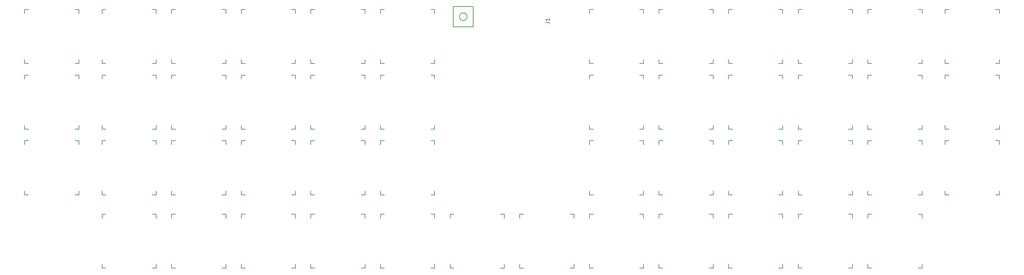
<source format=gbr>
%TF.GenerationSoftware,KiCad,Pcbnew,(5.1.10)-1*%
%TF.CreationDate,2022-05-07T17:57:56+07:00*%
%TF.ProjectId,Onsen48,4f6e7365-6e34-4382-9e6b-696361645f70,rev?*%
%TF.SameCoordinates,Original*%
%TF.FileFunction,Legend,Top*%
%TF.FilePolarity,Positive*%
%FSLAX46Y46*%
G04 Gerber Fmt 4.6, Leading zero omitted, Abs format (unit mm)*
G04 Created by KiCad (PCBNEW (5.1.10)-1) date 2022-05-07 17:57:56*
%MOMM*%
%LPD*%
G01*
G04 APERTURE LIST*
%ADD10C,0.150000*%
G04 APERTURE END LIST*
D10*
%TO.C,SW1*%
X137400000Y-41900000D02*
G75*
G03*
X137400000Y-41900000I-1000000J0D01*
G01*
X133800000Y-44500000D02*
X133800000Y-39300000D01*
X139000000Y-44500000D02*
X133800000Y-44500000D01*
X139000000Y-39300000D02*
X139000000Y-44500000D01*
X133800000Y-39300000D02*
X139000000Y-39300000D01*
%TO.C,MX60*%
X255000000Y-93000000D02*
X254000000Y-93000000D01*
X255000000Y-93000000D02*
X255000000Y-94000000D01*
X254000000Y-107000000D02*
X255000000Y-107000000D01*
X255000000Y-107000000D02*
X254000000Y-107000000D01*
X255000000Y-106000000D02*
X255000000Y-107000000D01*
X241000000Y-107000000D02*
X241000000Y-106000000D01*
X242000000Y-93000000D02*
X241000000Y-93000000D01*
X241000000Y-107000000D02*
X242000000Y-107000000D01*
X241000000Y-94000000D02*
X241000000Y-93000000D01*
%TO.C,MX59*%
X275000000Y-74000000D02*
X274000000Y-74000000D01*
X275000000Y-74000000D02*
X275000000Y-75000000D01*
X274000000Y-88000000D02*
X275000000Y-88000000D01*
X275000000Y-88000000D02*
X274000000Y-88000000D01*
X275000000Y-87000000D02*
X275000000Y-88000000D01*
X261000000Y-88000000D02*
X261000000Y-87000000D01*
X262000000Y-74000000D02*
X261000000Y-74000000D01*
X261000000Y-88000000D02*
X262000000Y-88000000D01*
X261000000Y-75000000D02*
X261000000Y-74000000D01*
%TO.C,MX58*%
X275000000Y-57000000D02*
X274000000Y-57000000D01*
X275000000Y-57000000D02*
X275000000Y-58000000D01*
X274000000Y-71000000D02*
X275000000Y-71000000D01*
X275000000Y-71000000D02*
X274000000Y-71000000D01*
X275000000Y-70000000D02*
X275000000Y-71000000D01*
X261000000Y-71000000D02*
X261000000Y-70000000D01*
X262000000Y-57000000D02*
X261000000Y-57000000D01*
X261000000Y-71000000D02*
X262000000Y-71000000D01*
X261000000Y-58000000D02*
X261000000Y-57000000D01*
%TO.C,MX57*%
X275000000Y-40000000D02*
X274000000Y-40000000D01*
X275000000Y-40000000D02*
X275000000Y-41000000D01*
X274000000Y-54000000D02*
X275000000Y-54000000D01*
X275000000Y-54000000D02*
X274000000Y-54000000D01*
X275000000Y-53000000D02*
X275000000Y-54000000D01*
X261000000Y-54000000D02*
X261000000Y-53000000D01*
X262000000Y-40000000D02*
X261000000Y-40000000D01*
X261000000Y-54000000D02*
X262000000Y-54000000D01*
X261000000Y-41000000D02*
X261000000Y-40000000D01*
%TO.C,MX55*%
X237000000Y-93000000D02*
X236000000Y-93000000D01*
X237000000Y-93000000D02*
X237000000Y-94000000D01*
X236000000Y-107000000D02*
X237000000Y-107000000D01*
X237000000Y-107000000D02*
X236000000Y-107000000D01*
X237000000Y-106000000D02*
X237000000Y-107000000D01*
X223000000Y-107000000D02*
X223000000Y-106000000D01*
X224000000Y-93000000D02*
X223000000Y-93000000D01*
X223000000Y-107000000D02*
X224000000Y-107000000D01*
X223000000Y-94000000D02*
X223000000Y-93000000D01*
%TO.C,MX54*%
X255000000Y-74000000D02*
X254000000Y-74000000D01*
X255000000Y-74000000D02*
X255000000Y-75000000D01*
X254000000Y-88000000D02*
X255000000Y-88000000D01*
X255000000Y-88000000D02*
X254000000Y-88000000D01*
X255000000Y-87000000D02*
X255000000Y-88000000D01*
X241000000Y-88000000D02*
X241000000Y-87000000D01*
X242000000Y-74000000D02*
X241000000Y-74000000D01*
X241000000Y-88000000D02*
X242000000Y-88000000D01*
X241000000Y-75000000D02*
X241000000Y-74000000D01*
%TO.C,MX53*%
X255000000Y-57000000D02*
X254000000Y-57000000D01*
X255000000Y-57000000D02*
X255000000Y-58000000D01*
X254000000Y-71000000D02*
X255000000Y-71000000D01*
X255000000Y-71000000D02*
X254000000Y-71000000D01*
X255000000Y-70000000D02*
X255000000Y-71000000D01*
X241000000Y-71000000D02*
X241000000Y-70000000D01*
X242000000Y-57000000D02*
X241000000Y-57000000D01*
X241000000Y-71000000D02*
X242000000Y-71000000D01*
X241000000Y-58000000D02*
X241000000Y-57000000D01*
%TO.C,MX52*%
X255000000Y-40000000D02*
X254000000Y-40000000D01*
X255000000Y-40000000D02*
X255000000Y-41000000D01*
X254000000Y-54000000D02*
X255000000Y-54000000D01*
X255000000Y-54000000D02*
X254000000Y-54000000D01*
X255000000Y-53000000D02*
X255000000Y-54000000D01*
X241000000Y-54000000D02*
X241000000Y-53000000D01*
X242000000Y-40000000D02*
X241000000Y-40000000D01*
X241000000Y-54000000D02*
X242000000Y-54000000D01*
X241000000Y-41000000D02*
X241000000Y-40000000D01*
%TO.C,MX50*%
X219000000Y-93000000D02*
X218000000Y-93000000D01*
X219000000Y-93000000D02*
X219000000Y-94000000D01*
X218000000Y-107000000D02*
X219000000Y-107000000D01*
X219000000Y-107000000D02*
X218000000Y-107000000D01*
X219000000Y-106000000D02*
X219000000Y-107000000D01*
X205000000Y-107000000D02*
X205000000Y-106000000D01*
X206000000Y-93000000D02*
X205000000Y-93000000D01*
X205000000Y-107000000D02*
X206000000Y-107000000D01*
X205000000Y-94000000D02*
X205000000Y-93000000D01*
%TO.C,MX49*%
X237000000Y-74000000D02*
X236000000Y-74000000D01*
X237000000Y-74000000D02*
X237000000Y-75000000D01*
X236000000Y-88000000D02*
X237000000Y-88000000D01*
X237000000Y-88000000D02*
X236000000Y-88000000D01*
X237000000Y-87000000D02*
X237000000Y-88000000D01*
X223000000Y-88000000D02*
X223000000Y-87000000D01*
X224000000Y-74000000D02*
X223000000Y-74000000D01*
X223000000Y-88000000D02*
X224000000Y-88000000D01*
X223000000Y-75000000D02*
X223000000Y-74000000D01*
%TO.C,MX48*%
X237000000Y-57000000D02*
X236000000Y-57000000D01*
X237000000Y-57000000D02*
X237000000Y-58000000D01*
X236000000Y-71000000D02*
X237000000Y-71000000D01*
X237000000Y-71000000D02*
X236000000Y-71000000D01*
X237000000Y-70000000D02*
X237000000Y-71000000D01*
X223000000Y-71000000D02*
X223000000Y-70000000D01*
X224000000Y-57000000D02*
X223000000Y-57000000D01*
X223000000Y-71000000D02*
X224000000Y-71000000D01*
X223000000Y-58000000D02*
X223000000Y-57000000D01*
%TO.C,MX47*%
X237000000Y-40000000D02*
X236000000Y-40000000D01*
X237000000Y-40000000D02*
X237000000Y-41000000D01*
X236000000Y-54000000D02*
X237000000Y-54000000D01*
X237000000Y-54000000D02*
X236000000Y-54000000D01*
X237000000Y-53000000D02*
X237000000Y-54000000D01*
X223000000Y-54000000D02*
X223000000Y-53000000D01*
X224000000Y-40000000D02*
X223000000Y-40000000D01*
X223000000Y-54000000D02*
X224000000Y-54000000D01*
X223000000Y-41000000D02*
X223000000Y-40000000D01*
%TO.C,MX45*%
X201000000Y-93000000D02*
X200000000Y-93000000D01*
X201000000Y-93000000D02*
X201000000Y-94000000D01*
X200000000Y-107000000D02*
X201000000Y-107000000D01*
X201000000Y-107000000D02*
X200000000Y-107000000D01*
X201000000Y-106000000D02*
X201000000Y-107000000D01*
X187000000Y-107000000D02*
X187000000Y-106000000D01*
X188000000Y-93000000D02*
X187000000Y-93000000D01*
X187000000Y-107000000D02*
X188000000Y-107000000D01*
X187000000Y-94000000D02*
X187000000Y-93000000D01*
%TO.C,MX44*%
X219000000Y-74000000D02*
X218000000Y-74000000D01*
X219000000Y-74000000D02*
X219000000Y-75000000D01*
X218000000Y-88000000D02*
X219000000Y-88000000D01*
X219000000Y-88000000D02*
X218000000Y-88000000D01*
X219000000Y-87000000D02*
X219000000Y-88000000D01*
X205000000Y-88000000D02*
X205000000Y-87000000D01*
X206000000Y-74000000D02*
X205000000Y-74000000D01*
X205000000Y-88000000D02*
X206000000Y-88000000D01*
X205000000Y-75000000D02*
X205000000Y-74000000D01*
%TO.C,MX43*%
X219000000Y-57000000D02*
X218000000Y-57000000D01*
X219000000Y-57000000D02*
X219000000Y-58000000D01*
X218000000Y-71000000D02*
X219000000Y-71000000D01*
X219000000Y-71000000D02*
X218000000Y-71000000D01*
X219000000Y-70000000D02*
X219000000Y-71000000D01*
X205000000Y-71000000D02*
X205000000Y-70000000D01*
X206000000Y-57000000D02*
X205000000Y-57000000D01*
X205000000Y-71000000D02*
X206000000Y-71000000D01*
X205000000Y-58000000D02*
X205000000Y-57000000D01*
%TO.C,MX42*%
X219000000Y-40000000D02*
X218000000Y-40000000D01*
X219000000Y-40000000D02*
X219000000Y-41000000D01*
X218000000Y-54000000D02*
X219000000Y-54000000D01*
X219000000Y-54000000D02*
X218000000Y-54000000D01*
X219000000Y-53000000D02*
X219000000Y-54000000D01*
X205000000Y-54000000D02*
X205000000Y-53000000D01*
X206000000Y-40000000D02*
X205000000Y-40000000D01*
X205000000Y-54000000D02*
X206000000Y-54000000D01*
X205000000Y-41000000D02*
X205000000Y-40000000D01*
%TO.C,MX40*%
X183000000Y-93000000D02*
X182000000Y-93000000D01*
X183000000Y-93000000D02*
X183000000Y-94000000D01*
X182000000Y-107000000D02*
X183000000Y-107000000D01*
X183000000Y-107000000D02*
X182000000Y-107000000D01*
X183000000Y-106000000D02*
X183000000Y-107000000D01*
X169000000Y-107000000D02*
X169000000Y-106000000D01*
X170000000Y-93000000D02*
X169000000Y-93000000D01*
X169000000Y-107000000D02*
X170000000Y-107000000D01*
X169000000Y-94000000D02*
X169000000Y-93000000D01*
%TO.C,MX39*%
X201000000Y-74000000D02*
X200000000Y-74000000D01*
X201000000Y-74000000D02*
X201000000Y-75000000D01*
X200000000Y-88000000D02*
X201000000Y-88000000D01*
X201000000Y-88000000D02*
X200000000Y-88000000D01*
X201000000Y-87000000D02*
X201000000Y-88000000D01*
X187000000Y-88000000D02*
X187000000Y-87000000D01*
X188000000Y-74000000D02*
X187000000Y-74000000D01*
X187000000Y-88000000D02*
X188000000Y-88000000D01*
X187000000Y-75000000D02*
X187000000Y-74000000D01*
%TO.C,MX38*%
X201000000Y-57000000D02*
X200000000Y-57000000D01*
X201000000Y-57000000D02*
X201000000Y-58000000D01*
X200000000Y-71000000D02*
X201000000Y-71000000D01*
X201000000Y-71000000D02*
X200000000Y-71000000D01*
X201000000Y-70000000D02*
X201000000Y-71000000D01*
X187000000Y-71000000D02*
X187000000Y-70000000D01*
X188000000Y-57000000D02*
X187000000Y-57000000D01*
X187000000Y-71000000D02*
X188000000Y-71000000D01*
X187000000Y-58000000D02*
X187000000Y-57000000D01*
%TO.C,MX37*%
X201000000Y-40000000D02*
X200000000Y-40000000D01*
X201000000Y-40000000D02*
X201000000Y-41000000D01*
X200000000Y-54000000D02*
X201000000Y-54000000D01*
X201000000Y-54000000D02*
X200000000Y-54000000D01*
X201000000Y-53000000D02*
X201000000Y-54000000D01*
X187000000Y-54000000D02*
X187000000Y-53000000D01*
X188000000Y-40000000D02*
X187000000Y-40000000D01*
X187000000Y-54000000D02*
X188000000Y-54000000D01*
X187000000Y-41000000D02*
X187000000Y-40000000D01*
%TO.C,MX35*%
X165000000Y-93000000D02*
X164000000Y-93000000D01*
X165000000Y-93000000D02*
X165000000Y-94000000D01*
X164000000Y-107000000D02*
X165000000Y-107000000D01*
X165000000Y-107000000D02*
X164000000Y-107000000D01*
X165000000Y-106000000D02*
X165000000Y-107000000D01*
X151000000Y-107000000D02*
X151000000Y-106000000D01*
X152000000Y-93000000D02*
X151000000Y-93000000D01*
X151000000Y-107000000D02*
X152000000Y-107000000D01*
X151000000Y-94000000D02*
X151000000Y-93000000D01*
%TO.C,MX34*%
X183000000Y-74000000D02*
X182000000Y-74000000D01*
X183000000Y-74000000D02*
X183000000Y-75000000D01*
X182000000Y-88000000D02*
X183000000Y-88000000D01*
X183000000Y-88000000D02*
X182000000Y-88000000D01*
X183000000Y-87000000D02*
X183000000Y-88000000D01*
X169000000Y-88000000D02*
X169000000Y-87000000D01*
X170000000Y-74000000D02*
X169000000Y-74000000D01*
X169000000Y-88000000D02*
X170000000Y-88000000D01*
X169000000Y-75000000D02*
X169000000Y-74000000D01*
%TO.C,MX33*%
X183000000Y-57000000D02*
X182000000Y-57000000D01*
X183000000Y-57000000D02*
X183000000Y-58000000D01*
X182000000Y-71000000D02*
X183000000Y-71000000D01*
X183000000Y-71000000D02*
X182000000Y-71000000D01*
X183000000Y-70000000D02*
X183000000Y-71000000D01*
X169000000Y-71000000D02*
X169000000Y-70000000D01*
X170000000Y-57000000D02*
X169000000Y-57000000D01*
X169000000Y-71000000D02*
X170000000Y-71000000D01*
X169000000Y-58000000D02*
X169000000Y-57000000D01*
%TO.C,MX32*%
X183000000Y-40000000D02*
X182000000Y-40000000D01*
X183000000Y-40000000D02*
X183000000Y-41000000D01*
X182000000Y-54000000D02*
X183000000Y-54000000D01*
X183000000Y-54000000D02*
X182000000Y-54000000D01*
X183000000Y-53000000D02*
X183000000Y-54000000D01*
X169000000Y-54000000D02*
X169000000Y-53000000D01*
X170000000Y-40000000D02*
X169000000Y-40000000D01*
X169000000Y-54000000D02*
X170000000Y-54000000D01*
X169000000Y-41000000D02*
X169000000Y-40000000D01*
%TO.C,MX30*%
X147000000Y-93000000D02*
X146000000Y-93000000D01*
X147000000Y-93000000D02*
X147000000Y-94000000D01*
X146000000Y-107000000D02*
X147000000Y-107000000D01*
X147000000Y-107000000D02*
X146000000Y-107000000D01*
X147000000Y-106000000D02*
X147000000Y-107000000D01*
X133000000Y-107000000D02*
X133000000Y-106000000D01*
X134000000Y-93000000D02*
X133000000Y-93000000D01*
X133000000Y-107000000D02*
X134000000Y-107000000D01*
X133000000Y-94000000D02*
X133000000Y-93000000D01*
%TO.C,MX29*%
X129000000Y-74000000D02*
X128000000Y-74000000D01*
X129000000Y-74000000D02*
X129000000Y-75000000D01*
X128000000Y-88000000D02*
X129000000Y-88000000D01*
X129000000Y-88000000D02*
X128000000Y-88000000D01*
X129000000Y-87000000D02*
X129000000Y-88000000D01*
X115000000Y-88000000D02*
X115000000Y-87000000D01*
X116000000Y-74000000D02*
X115000000Y-74000000D01*
X115000000Y-88000000D02*
X116000000Y-88000000D01*
X115000000Y-75000000D02*
X115000000Y-74000000D01*
%TO.C,MX28*%
X129000000Y-57000000D02*
X128000000Y-57000000D01*
X129000000Y-57000000D02*
X129000000Y-58000000D01*
X128000000Y-71000000D02*
X129000000Y-71000000D01*
X129000000Y-71000000D02*
X128000000Y-71000000D01*
X129000000Y-70000000D02*
X129000000Y-71000000D01*
X115000000Y-71000000D02*
X115000000Y-70000000D01*
X116000000Y-57000000D02*
X115000000Y-57000000D01*
X115000000Y-71000000D02*
X116000000Y-71000000D01*
X115000000Y-58000000D02*
X115000000Y-57000000D01*
%TO.C,MX27*%
X129000000Y-40000000D02*
X128000000Y-40000000D01*
X129000000Y-40000000D02*
X129000000Y-41000000D01*
X128000000Y-54000000D02*
X129000000Y-54000000D01*
X129000000Y-54000000D02*
X128000000Y-54000000D01*
X129000000Y-53000000D02*
X129000000Y-54000000D01*
X115000000Y-54000000D02*
X115000000Y-53000000D01*
X116000000Y-40000000D02*
X115000000Y-40000000D01*
X115000000Y-54000000D02*
X116000000Y-54000000D01*
X115000000Y-41000000D02*
X115000000Y-40000000D01*
%TO.C,MX25*%
X129000000Y-93000000D02*
X128000000Y-93000000D01*
X129000000Y-93000000D02*
X129000000Y-94000000D01*
X128000000Y-107000000D02*
X129000000Y-107000000D01*
X129000000Y-107000000D02*
X128000000Y-107000000D01*
X129000000Y-106000000D02*
X129000000Y-107000000D01*
X115000000Y-107000000D02*
X115000000Y-106000000D01*
X116000000Y-93000000D02*
X115000000Y-93000000D01*
X115000000Y-107000000D02*
X116000000Y-107000000D01*
X115000000Y-94000000D02*
X115000000Y-93000000D01*
%TO.C,MX24*%
X111000000Y-74000000D02*
X110000000Y-74000000D01*
X111000000Y-74000000D02*
X111000000Y-75000000D01*
X110000000Y-88000000D02*
X111000000Y-88000000D01*
X111000000Y-88000000D02*
X110000000Y-88000000D01*
X111000000Y-87000000D02*
X111000000Y-88000000D01*
X97000000Y-88000000D02*
X97000000Y-87000000D01*
X98000000Y-74000000D02*
X97000000Y-74000000D01*
X97000000Y-88000000D02*
X98000000Y-88000000D01*
X97000000Y-75000000D02*
X97000000Y-74000000D01*
%TO.C,MX23*%
X111000000Y-57000000D02*
X110000000Y-57000000D01*
X111000000Y-57000000D02*
X111000000Y-58000000D01*
X110000000Y-71000000D02*
X111000000Y-71000000D01*
X111000000Y-71000000D02*
X110000000Y-71000000D01*
X111000000Y-70000000D02*
X111000000Y-71000000D01*
X97000000Y-71000000D02*
X97000000Y-70000000D01*
X98000000Y-57000000D02*
X97000000Y-57000000D01*
X97000000Y-71000000D02*
X98000000Y-71000000D01*
X97000000Y-58000000D02*
X97000000Y-57000000D01*
%TO.C,MX22*%
X111000000Y-40000000D02*
X110000000Y-40000000D01*
X111000000Y-40000000D02*
X111000000Y-41000000D01*
X110000000Y-54000000D02*
X111000000Y-54000000D01*
X111000000Y-54000000D02*
X110000000Y-54000000D01*
X111000000Y-53000000D02*
X111000000Y-54000000D01*
X97000000Y-54000000D02*
X97000000Y-53000000D01*
X98000000Y-40000000D02*
X97000000Y-40000000D01*
X97000000Y-54000000D02*
X98000000Y-54000000D01*
X97000000Y-41000000D02*
X97000000Y-40000000D01*
%TO.C,MX20*%
X111000000Y-93000000D02*
X110000000Y-93000000D01*
X111000000Y-93000000D02*
X111000000Y-94000000D01*
X110000000Y-107000000D02*
X111000000Y-107000000D01*
X111000000Y-107000000D02*
X110000000Y-107000000D01*
X111000000Y-106000000D02*
X111000000Y-107000000D01*
X97000000Y-107000000D02*
X97000000Y-106000000D01*
X98000000Y-93000000D02*
X97000000Y-93000000D01*
X97000000Y-107000000D02*
X98000000Y-107000000D01*
X97000000Y-94000000D02*
X97000000Y-93000000D01*
%TO.C,MX19*%
X93000000Y-74000000D02*
X92000000Y-74000000D01*
X93000000Y-74000000D02*
X93000000Y-75000000D01*
X92000000Y-88000000D02*
X93000000Y-88000000D01*
X93000000Y-88000000D02*
X92000000Y-88000000D01*
X93000000Y-87000000D02*
X93000000Y-88000000D01*
X79000000Y-88000000D02*
X79000000Y-87000000D01*
X80000000Y-74000000D02*
X79000000Y-74000000D01*
X79000000Y-88000000D02*
X80000000Y-88000000D01*
X79000000Y-75000000D02*
X79000000Y-74000000D01*
%TO.C,MX18*%
X93000000Y-57000000D02*
X92000000Y-57000000D01*
X93000000Y-57000000D02*
X93000000Y-58000000D01*
X92000000Y-71000000D02*
X93000000Y-71000000D01*
X93000000Y-71000000D02*
X92000000Y-71000000D01*
X93000000Y-70000000D02*
X93000000Y-71000000D01*
X79000000Y-71000000D02*
X79000000Y-70000000D01*
X80000000Y-57000000D02*
X79000000Y-57000000D01*
X79000000Y-71000000D02*
X80000000Y-71000000D01*
X79000000Y-58000000D02*
X79000000Y-57000000D01*
%TO.C,MX17*%
X93000000Y-40000000D02*
X92000000Y-40000000D01*
X93000000Y-40000000D02*
X93000000Y-41000000D01*
X92000000Y-54000000D02*
X93000000Y-54000000D01*
X93000000Y-54000000D02*
X92000000Y-54000000D01*
X93000000Y-53000000D02*
X93000000Y-54000000D01*
X79000000Y-54000000D02*
X79000000Y-53000000D01*
X80000000Y-40000000D02*
X79000000Y-40000000D01*
X79000000Y-54000000D02*
X80000000Y-54000000D01*
X79000000Y-41000000D02*
X79000000Y-40000000D01*
%TO.C,MX15*%
X93000000Y-93000000D02*
X92000000Y-93000000D01*
X93000000Y-93000000D02*
X93000000Y-94000000D01*
X92000000Y-107000000D02*
X93000000Y-107000000D01*
X93000000Y-107000000D02*
X92000000Y-107000000D01*
X93000000Y-106000000D02*
X93000000Y-107000000D01*
X79000000Y-107000000D02*
X79000000Y-106000000D01*
X80000000Y-93000000D02*
X79000000Y-93000000D01*
X79000000Y-107000000D02*
X80000000Y-107000000D01*
X79000000Y-94000000D02*
X79000000Y-93000000D01*
%TO.C,MX14*%
X75000000Y-74000000D02*
X74000000Y-74000000D01*
X75000000Y-74000000D02*
X75000000Y-75000000D01*
X74000000Y-88000000D02*
X75000000Y-88000000D01*
X75000000Y-88000000D02*
X74000000Y-88000000D01*
X75000000Y-87000000D02*
X75000000Y-88000000D01*
X61000000Y-88000000D02*
X61000000Y-87000000D01*
X62000000Y-74000000D02*
X61000000Y-74000000D01*
X61000000Y-88000000D02*
X62000000Y-88000000D01*
X61000000Y-75000000D02*
X61000000Y-74000000D01*
%TO.C,MX13*%
X75000000Y-57000000D02*
X74000000Y-57000000D01*
X75000000Y-57000000D02*
X75000000Y-58000000D01*
X74000000Y-71000000D02*
X75000000Y-71000000D01*
X75000000Y-71000000D02*
X74000000Y-71000000D01*
X75000000Y-70000000D02*
X75000000Y-71000000D01*
X61000000Y-71000000D02*
X61000000Y-70000000D01*
X62000000Y-57000000D02*
X61000000Y-57000000D01*
X61000000Y-71000000D02*
X62000000Y-71000000D01*
X61000000Y-58000000D02*
X61000000Y-57000000D01*
%TO.C,MX12*%
X75000000Y-40000000D02*
X74000000Y-40000000D01*
X75000000Y-40000000D02*
X75000000Y-41000000D01*
X74000000Y-54000000D02*
X75000000Y-54000000D01*
X75000000Y-54000000D02*
X74000000Y-54000000D01*
X75000000Y-53000000D02*
X75000000Y-54000000D01*
X61000000Y-54000000D02*
X61000000Y-53000000D01*
X62000000Y-40000000D02*
X61000000Y-40000000D01*
X61000000Y-54000000D02*
X62000000Y-54000000D01*
X61000000Y-41000000D02*
X61000000Y-40000000D01*
%TO.C,MX10*%
X75000000Y-93000000D02*
X74000000Y-93000000D01*
X75000000Y-93000000D02*
X75000000Y-94000000D01*
X74000000Y-107000000D02*
X75000000Y-107000000D01*
X75000000Y-107000000D02*
X74000000Y-107000000D01*
X75000000Y-106000000D02*
X75000000Y-107000000D01*
X61000000Y-107000000D02*
X61000000Y-106000000D01*
X62000000Y-93000000D02*
X61000000Y-93000000D01*
X61000000Y-107000000D02*
X62000000Y-107000000D01*
X61000000Y-94000000D02*
X61000000Y-93000000D01*
%TO.C,MX9*%
X57000000Y-74000000D02*
X56000000Y-74000000D01*
X57000000Y-74000000D02*
X57000000Y-75000000D01*
X56000000Y-88000000D02*
X57000000Y-88000000D01*
X57000000Y-88000000D02*
X56000000Y-88000000D01*
X57000000Y-87000000D02*
X57000000Y-88000000D01*
X43000000Y-88000000D02*
X43000000Y-87000000D01*
X44000000Y-74000000D02*
X43000000Y-74000000D01*
X43000000Y-88000000D02*
X44000000Y-88000000D01*
X43000000Y-75000000D02*
X43000000Y-74000000D01*
%TO.C,MX8*%
X57000000Y-57000000D02*
X56000000Y-57000000D01*
X57000000Y-57000000D02*
X57000000Y-58000000D01*
X56000000Y-71000000D02*
X57000000Y-71000000D01*
X57000000Y-71000000D02*
X56000000Y-71000000D01*
X57000000Y-70000000D02*
X57000000Y-71000000D01*
X43000000Y-71000000D02*
X43000000Y-70000000D01*
X44000000Y-57000000D02*
X43000000Y-57000000D01*
X43000000Y-71000000D02*
X44000000Y-71000000D01*
X43000000Y-58000000D02*
X43000000Y-57000000D01*
%TO.C,MX7*%
X57000000Y-40000000D02*
X56000000Y-40000000D01*
X57000000Y-40000000D02*
X57000000Y-41000000D01*
X56000000Y-54000000D02*
X57000000Y-54000000D01*
X57000000Y-54000000D02*
X56000000Y-54000000D01*
X57000000Y-53000000D02*
X57000000Y-54000000D01*
X43000000Y-54000000D02*
X43000000Y-53000000D01*
X44000000Y-40000000D02*
X43000000Y-40000000D01*
X43000000Y-54000000D02*
X44000000Y-54000000D01*
X43000000Y-41000000D02*
X43000000Y-40000000D01*
%TO.C,MX5*%
X57000000Y-93000000D02*
X56000000Y-93000000D01*
X57000000Y-93000000D02*
X57000000Y-94000000D01*
X56000000Y-107000000D02*
X57000000Y-107000000D01*
X57000000Y-107000000D02*
X56000000Y-107000000D01*
X57000000Y-106000000D02*
X57000000Y-107000000D01*
X43000000Y-107000000D02*
X43000000Y-106000000D01*
X44000000Y-93000000D02*
X43000000Y-93000000D01*
X43000000Y-107000000D02*
X44000000Y-107000000D01*
X43000000Y-94000000D02*
X43000000Y-93000000D01*
%TO.C,MX4*%
X37000000Y-74000000D02*
X36000000Y-74000000D01*
X37000000Y-74000000D02*
X37000000Y-75000000D01*
X36000000Y-88000000D02*
X37000000Y-88000000D01*
X37000000Y-88000000D02*
X36000000Y-88000000D01*
X37000000Y-87000000D02*
X37000000Y-88000000D01*
X23000000Y-88000000D02*
X23000000Y-87000000D01*
X24000000Y-74000000D02*
X23000000Y-74000000D01*
X23000000Y-88000000D02*
X24000000Y-88000000D01*
X23000000Y-75000000D02*
X23000000Y-74000000D01*
%TO.C,MX3*%
X37000000Y-57000000D02*
X36000000Y-57000000D01*
X37000000Y-57000000D02*
X37000000Y-58000000D01*
X36000000Y-71000000D02*
X37000000Y-71000000D01*
X37000000Y-71000000D02*
X36000000Y-71000000D01*
X37000000Y-70000000D02*
X37000000Y-71000000D01*
X23000000Y-71000000D02*
X23000000Y-70000000D01*
X24000000Y-57000000D02*
X23000000Y-57000000D01*
X23000000Y-71000000D02*
X24000000Y-71000000D01*
X23000000Y-58000000D02*
X23000000Y-57000000D01*
%TO.C,MX2*%
X37000000Y-40000000D02*
X36000000Y-40000000D01*
X37000000Y-40000000D02*
X37000000Y-41000000D01*
X36000000Y-54000000D02*
X37000000Y-54000000D01*
X37000000Y-54000000D02*
X36000000Y-54000000D01*
X37000000Y-53000000D02*
X37000000Y-54000000D01*
X23000000Y-54000000D02*
X23000000Y-53000000D01*
X24000000Y-40000000D02*
X23000000Y-40000000D01*
X23000000Y-54000000D02*
X24000000Y-54000000D01*
X23000000Y-41000000D02*
X23000000Y-40000000D01*
%TO.C,J1*%
X157702380Y-43333333D02*
X158416666Y-43333333D01*
X158559523Y-43380952D01*
X158654761Y-43476190D01*
X158702380Y-43619047D01*
X158702380Y-43714285D01*
X158702380Y-42333333D02*
X158702380Y-42904761D01*
X158702380Y-42619047D02*
X157702380Y-42619047D01*
X157845238Y-42714285D01*
X157940476Y-42809523D01*
X157988095Y-42904761D01*
%TD*%
M02*

</source>
